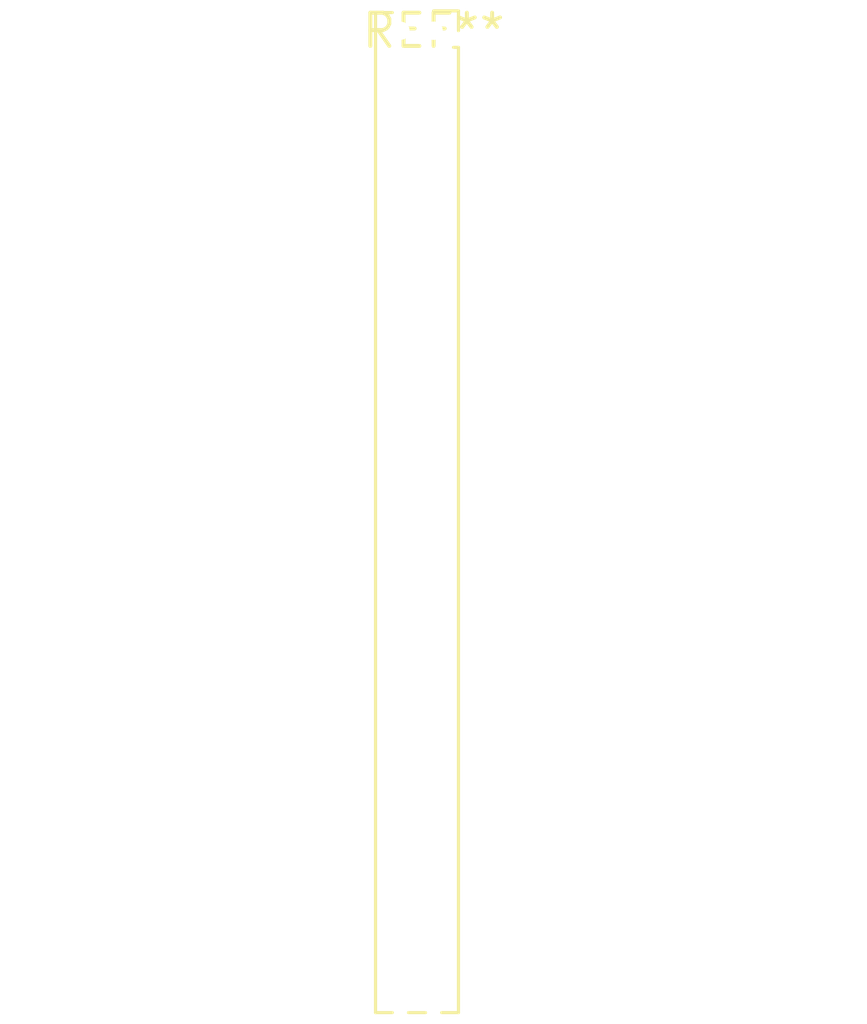
<source format=kicad_pcb>
(kicad_pcb (version 20240108) (generator pcbnew)
  (layers (0 "F.Cu" signal) (31 "B.Cu" signal) (34 "B.Paste" user) (35 "F.Paste" user) (36 "B.SilkS" user "B.Silkscreen") (37 "F.SilkS" user "F.Silkscreen") (38 "B.Mask" user) (39 "F.Mask" user) (44 "Edge.Cuts" user))
  (net 0 "")
  (footprint "PinSocket_2x30_P1.27mm_Vertical" (layer "F.Cu") (at 0 0)
    (property "Reference" "REF**")
    (property "Value" "PinSocket_2x30_P1.27mm_Vertical")
    (fp_line (start -2.22 -0.695) (end -2.22 37.525) (layer "F.SilkS") (stroke (width 0.12)))
    (fp_line (start -2.22 -0.695) (end -1.57753 -0.695) (layer "F.SilkS") (stroke (width 0.12)))
    (fp_line (start -2.22 37.525) (end -1.57753 37.525) (layer "F.SilkS") (stroke (width 0.12)))
    (fp_line (start -0.96247 -0.695) (end -0.76 -0.695) (layer "F.SilkS") (stroke (width 0.12)))
    (fp_line (start -0.96247 37.525) (end -0.30753 37.525) (layer "F.SilkS") (stroke (width 0.12)))
    (fp_line (start 0 -0.76) (end 0.95 -0.76) (layer "F.SilkS") (stroke (width 0.12)))
    (fp_line (start 0.30753 37.525) (end 0.95 37.525) (layer "F.SilkS") (stroke (width 0.12)))
    (fp_line (start 0.76 0.635) (end 0.95 0.635) (layer "F.SilkS") (stroke (width 0.12)))
    (fp_line (start 0.95 -0.76) (end 0.95 0) (layer "F.SilkS") (stroke (width 0.12)))
    (fp_line (start 0.95 0.635) (end 0.95 37.525) (layer "F.SilkS") (stroke (width 0.12)))
    (pad "1" thru_hole rect (at 0 0) (size 1 1) (drill 0.7) (layers *.Cu *.Mask) (remove_unused_layers))
    (pad "2" thru_hole oval (at -1.27 0) (size 1 1) (drill 0.7) (layers *.Cu *.Mask) (remove_unused_layers))
    (pad "3" thru_hole oval (at 0 1.27) (size 1 1) (drill 0.7) (layers *.Cu *.Mask) (remove_unused_layers))
    (pad "4" thru_hole oval (at -1.27 1.27) (size 1 1) (drill 0.7) (layers *.Cu *.Mask) (remove_unused_layers))
    (pad "5" thru_hole oval (at 0 2.54) (size 1 1) (drill 0.7) (layers *.Cu *.Mask) (remove_unused_layers))
    (pad "6" thru_hole oval (at -1.27 2.54) (size 1 1) (drill 0.7) (layers *.Cu *.Mask) (remove_unused_layers))
    (pad "7" thru_hole oval (at 0 3.81) (size 1 1) (drill 0.7) (layers *.Cu *.Mask) (remove_unused_layers))
    (pad "8" thru_hole oval (at -1.27 3.81) (size 1 1) (drill 0.7) (layers *.Cu *.Mask) (remove_unused_layers))
    (pad "9" thru_hole oval (at 0 5.08) (size 1 1) (drill 0.7) (layers *.Cu *.Mask) (remove_unused_layers))
    (pad "10" thru_hole oval (at -1.27 5.08) (size 1 1) (drill 0.7) (layers *.Cu *.Mask) (remove_unused_layers))
    (pad "11" thru_hole oval (at 0 6.35) (size 1 1) (drill 0.7) (layers *.Cu *.Mask) (remove_unused_layers))
    (pad "12" thru_hole oval (at -1.27 6.35) (size 1 1) (drill 0.7) (layers *.Cu *.Mask) (remove_unused_layers))
    (pad "13" thru_hole oval (at 0 7.62) (size 1 1) (drill 0.7) (layers *.Cu *.Mask) (remove_unused_layers))
    (pad "14" thru_hole oval (at -1.27 7.62) (size 1 1) (drill 0.7) (layers *.Cu *.Mask) (remove_unused_layers))
    (pad "15" thru_hole oval (at 0 8.89) (size 1 1) (drill 0.7) (layers *.Cu *.Mask) (remove_unused_layers))
    (pad "16" thru_hole oval (at -1.27 8.89) (size 1 1) (drill 0.7) (layers *.Cu *.Mask) (remove_unused_layers))
    (pad "17" thru_hole oval (at 0 10.16) (size 1 1) (drill 0.7) (layers *.Cu *.Mask) (remove_unused_layers))
    (pad "18" thru_hole oval (at -1.27 10.16) (size 1 1) (drill 0.7) (layers *.Cu *.Mask) (remove_unused_layers))
    (pad "19" thru_hole oval (at 0 11.43) (size 1 1) (drill 0.7) (layers *.Cu *.Mask) (remove_unused_layers))
    (pad "20" thru_hole oval (at -1.27 11.43) (size 1 1) (drill 0.7) (layers *.Cu *.Mask) (remove_unused_layers))
    (pad "21" thru_hole oval (at 0 12.7) (size 1 1) (drill 0.7) (layers *.Cu *.Mask) (remove_unused_layers))
    (pad "22" thru_hole oval (at -1.27 12.7) (size 1 1) (drill 0.7) (layers *.Cu *.Mask) (remove_unused_layers))
    (pad "23" thru_hole oval (at 0 13.97) (size 1 1) (drill 0.7) (layers *.Cu *.Mask) (remove_unused_layers))
    (pad "24" thru_hole oval (at -1.27 13.97) (size 1 1) (drill 0.7) (layers *.Cu *.Mask) (remove_unused_layers))
    (pad "25" thru_hole oval (at 0 15.24) (size 1 1) (drill 0.7) (layers *.Cu *.Mask) (remove_unused_layers))
    (pad "26" thru_hole oval (at -1.27 15.24) (size 1 1) (drill 0.7) (layers *.Cu *.Mask) (remove_unused_layers))
    (pad "27" thru_hole oval (at 0 16.51) (size 1 1) (drill 0.7) (layers *.Cu *.Mask) (remove_unused_layers))
    (pad "28" thru_hole oval (at -1.27 16.51) (size 1 1) (drill 0.7) (layers *.Cu *.Mask) (remove_unused_layers))
    (pad "29" thru_hole oval (at 0 17.78) (size 1 1) (drill 0.7) (layers *.Cu *.Mask) (remove_unused_layers))
    (pad "30" thru_hole oval (at -1.27 17.78) (size 1 1) (drill 0.7) (layers *.Cu *.Mask) (remove_unused_layers))
    (pad "31" thru_hole oval (at 0 19.05) (size 1 1) (drill 0.7) (layers *.Cu *.Mask) (remove_unused_layers))
    (pad "32" thru_hole oval (at -1.27 19.05) (size 1 1) (drill 0.7) (layers *.Cu *.Mask) (remove_unused_layers))
    (pad "33" thru_hole oval (at 0 20.32) (size 1 1) (drill 0.7) (layers *.Cu *.Mask) (remove_unused_layers))
    (pad "34" thru_hole oval (at -1.27 20.32) (size 1 1) (drill 0.7) (layers *.Cu *.Mask) (remove_unused_layers))
    (pad "35" thru_hole oval (at 0 21.59) (size 1 1) (drill 0.7) (layers *.Cu *.Mask) (remove_unused_layers))
    (pad "36" thru_hole oval (at -1.27 21.59) (size 1 1) (drill 0.7) (layers *.Cu *.Mask) (remove_unused_layers))
    (pad "37" thru_hole oval (at 0 22.86) (size 1 1) (drill 0.7) (layers *.Cu *.Mask) (remove_unused_layers))
    (pad "38" thru_hole oval (at -1.27 22.86) (size 1 1) (drill 0.7) (layers *.Cu *.Mask) (remove_unused_layers))
    (pad "39" thru_hole oval (at 0 24.13) (size 1 1) (drill 0.7) (layers *.Cu *.Mask) (remove_unused_layers))
    (pad "40" thru_hole oval (at -1.27 24.13) (size 1 1) (drill 0.7) (layers *.Cu *.Mask) (remove_unused_layers))
    (pad "41" thru_hole oval (at 0 25.4) (size 1 1) (drill 0.7) (layers *.Cu *.Mask) (remove_unused_layers))
    (pad "42" thru_hole oval (at -1.27 25.4) (size 1 1) (drill 0.7) (layers *.Cu *.Mask) (remove_unused_layers))
    (pad "43" thru_hole oval (at 0 26.67) (size 1 1) (drill 0.7) (layers *.Cu *.Mask) (remove_unused_layers))
    (pad "44" thru_hole oval (at -1.27 26.67) (size 1 1) (drill 0.7) (layers *.Cu *.Mask) (remove_unused_layers))
    (pad "45" thru_hole oval (at 0 27.94) (size 1 1) (drill 0.7) (layers *.Cu *.Mask) (remove_unused_layers))
    (pad "46" thru_hole oval (at -1.27 27.94) (size 1 1) (drill 0.7) (layers *.Cu *.Mask) (remove_unused_layers))
    (pad "47" thru_hole oval (at 0 29.21) (size 1 1) (drill 0.7) (layers *.Cu *.Mask) (remove_unused_layers))
    (pad "48" thru_hole oval (at -1.27 29.21) (size 1 1) (drill 0.7) (layers *.Cu *.Mask) (remove_unused_layers))
    (pad "49" thru_hole oval (at 0 30.48) (size 1 1) (drill 0.7) (layers *.Cu *.Mask) (remove_unused_layers))
    (pad "50" thru_hole oval (at -1.27 30.48) (size 1 1) (drill 0.7) (layers *.Cu *.Mask) (remove_unused_layers))
    (pad "51" thru_hole oval (at 0 31.75) (size 1 1) (drill 0.7) (layers *.Cu *.Mask) (remove_unused_layers))
    (pad "52" thru_hole oval (at -1.27 31.75) (size 1 1) (drill 0.7) (layers *.Cu *.Mask) (remove_unused_layers))
    (pad "53" thru_hole oval (at 0 33.02) (size 1 1) (drill 0.7) (layers *.Cu *.Mask) (remove_unused_layers))
    (pad "54" thru_hole oval (at -1.27 33.02) (size 1 1) (drill 0.7) (layers *.Cu *.Mask) (remove_unused_layers))
    (pad "55" thru_hole oval (at 0 34.29) (size 1 1) (drill 0.7) (layers *.Cu *.Mask) (remove_unused_layers))
    (pad "56" thru_hole oval (at -1.27 34.29) (size 1 1) (drill 0.7) (layers *.Cu *.Mask) (remove_unused_layers))
    (pad "57" thru_hole oval (at 0 35.56) (size 1 1) (drill 0.7) (layers *.Cu *.Mask) (remove_unused_layers))
    (pad "58" thru_hole oval (at -1.27 35.56) (size 1 1) (drill 0.7) (layers *.Cu *.Mask) (remove_unused_layers))
    (pad "59" thru_hole oval (at 0 36.83) (size 1 1) (drill 0.7) (layers *.Cu *.Mask) (remove_unused_layers))
    (pad "60" thru_hole oval (at -1.27 36.83) (size 1 1) (drill 0.7) (layers *.Cu *.Mask) (remove_unused_layers))
  )
)
</source>
